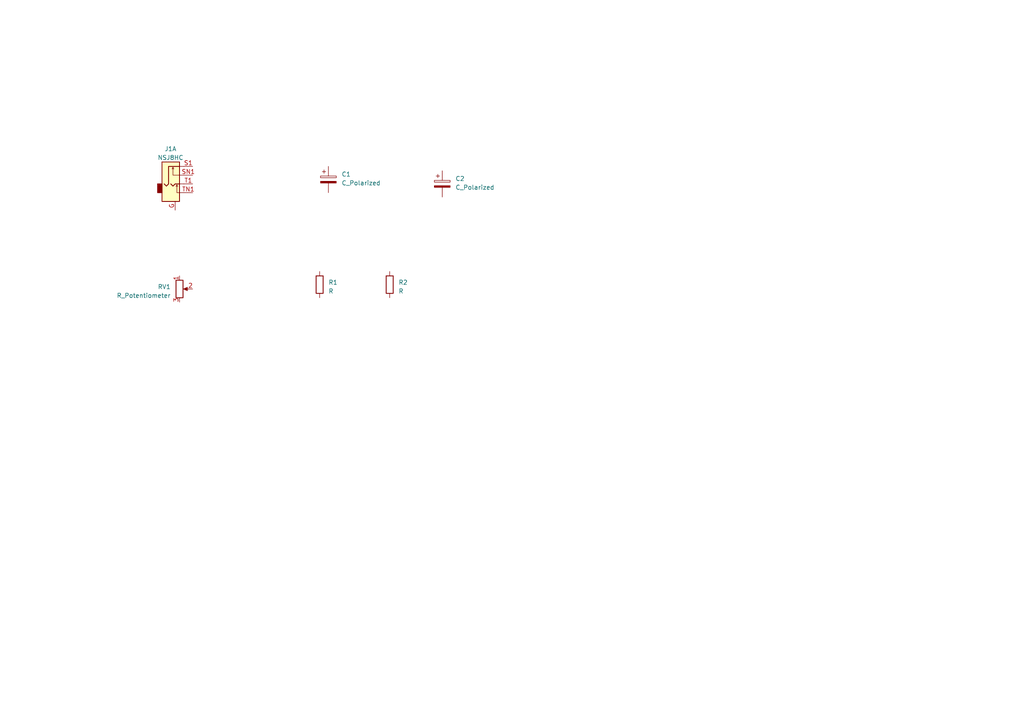
<source format=kicad_sch>
(kicad_sch (version 20230121) (generator eeschema)
  (paper "A4")
  (lib_symbols
    (symbol "Connector_Audio:NSJ8HC"
      (property "Reference" "J" (at 0 11.43 0))
      (property "Value" "NSJ8HC" (at 0 8.89 0))
      (symbol "NSJ8HC_0_1"
        (rectangle (start -5.08 0) (end -3.81 -2.54) (stroke (width 0.254)) (fill (type outline)))
        (polyline (pts (xy -0.635 4.826) (xy -0.381 4.318)))
        (polyline (pts (xy 0.508 -0.254) (xy 0.762 -0.762)))
        (polyline (pts (xy 1.27 -2.54) (xy 2.54 -2.54)))
        (polyline (pts (xy 1.27 2.54) (xy 2.54 2.54)))
        (polyline (pts (xy 2.54 0) (xy 1.27 0)))
        (polyline (pts (xy 2.54 5.08) (xy 1.27 5.08)))
        (polyline (pts (xy -1.27 0) (xy -0.635 -0.635) (xy 0 0) (xy 1.27 0)) (stroke (width 0.254)))
        (polyline (pts (xy 1.27 -2.54) (xy 0.508 -2.54) (xy 0.508 -0.254) (xy 0.254 -0.762)))
        (polyline (pts (xy 1.27 2.54) (xy -0.635 2.54) (xy -0.635 4.826) (xy -0.889 4.318)))
        (polyline (pts (xy 1.27 5.08) (xy -1.905 5.08) (xy -1.905 0) (xy -2.54 -0.635) (xy -3.175 0)) (stroke (width 0.254)))
        (rectangle (start 1.27 6.35) (end -3.81 -5.08) (stroke (width 0.254)) (fill (type background)))
      )
      (symbol "NSJ8HC_1_1"
        (pin passive line (at 0 -7.62 90) (length 2.54) (name "~") (number "G"))
        (pin passive line (at 5.08 5.08 180) (length 2.54) (name "~") (number "S1"))
        (pin passive line (at 5.08 2.54 180) (length 2.54) (name "~") (number "SN1"))
        (pin passive line (at 5.08 0 180) (length 2.54) (name "~") (number "T1"))
        (pin passive line (at 5.08 -2.54 180) (length 2.54) (name "~") (number "TN1"))
      )
      (symbol "NSJ8HC_2_1"
        (pin passive line (at 5.08 5.08 180) (length 2.54) (name "~") (number "S2"))
        (pin passive line (at 5.08 2.54 180) (length 2.54) (name "~") (number "SN2"))
        (pin passive line (at 5.08 0 180) (length 2.54) (name "~") (number "T2"))
        (pin passive line (at 5.08 -2.54 180) (length 2.54) (name "~") (number "TN2"))
      )
    )
    (symbol "Device:C_Polarized" (pin_numbers hide) (pin_names (offset 0.254))
      (property "Reference" "C" (at 0.635 2.54 0))
      (property "Value" "C_Polarized" (at 0.635 -2.54 0))
      (symbol "C_Polarized_0_1"
        (rectangle (start -2.286 0.508) (end 2.286 1.016))
        (polyline (pts (xy -1.778 2.286) (xy -0.762 2.286)))
        (polyline (pts (xy -1.27 2.794) (xy -1.27 1.778)))
        (rectangle (start 2.286 -0.508) (end -2.286 -1.016) (fill (type outline)))
      )
      (symbol "C_Polarized_1_1"
        (pin passive line (at 0 3.81 270) (length 2.794) (name "~") (number "1"))
        (pin passive line (at 0 -3.81 90) (length 2.794) (name "~") (number "2"))
      )
    )
    (symbol "Device:R" (pin_numbers hide) (pin_names (offset 0))
      (property "Reference" "R" (at 2.032 0 90))
      (property "Value" "R" (at 0 0 90))
      (symbol "R_0_1"
        (rectangle (start -1.016 -2.54) (end 1.016 2.54) (stroke (width 0.254)))
      )
      (symbol "R_1_1"
        (pin passive line (at 0 3.81 270) (length 1.27) (name "~") (number "1"))
        (pin passive line (at 0 -3.81 90) (length 1.27) (name "~") (number "2"))
      )
    )
    (symbol "Device:R_Potentiometer" (pin_names (offset 1.016) hide)
      (property "Reference" "RV" (at -4.445 0 90))
      (property "Value" "R_Potentiometer" (at -2.54 0 90))
      (symbol "R_Potentiometer_0_1"
        (polyline (pts (xy 2.54 0) (xy 1.524 0)))
        (polyline (pts (xy 1.143 0) (xy 2.286 0.508) (xy 2.286 -0.508) (xy 1.143 0)) (fill (type outline)))
        (rectangle (start 1.016 2.54) (end -1.016 -2.54) (stroke (width 0.254)))
      )
      (symbol "R_Potentiometer_1_1"
        (pin passive line (at 0 3.81 270) (length 1.27) (name "1") (number "1"))
        (pin passive line (at 3.81 0 180) (length 1.27) (name "2") (number "2"))
        (pin passive line (at 0 -3.81 90) (length 1.27) (name "3") (number "3"))
      )
    )
  )
  (symbol (lib_id "Device:R") (at 113.03 82.55 0) (unit 1)
    (property "Reference" "R2" (at 115.57 81.915 0) (effects (justify left)))
    (property "Value" "R" (at 115.57 84.455 0) (effects (justify left)))
  )
  (symbol (lib_id "Device:R_Potentiometer") (at 52.07 83.82 0) (unit 1)
    (property "Reference" "RV1" (at 49.53 83.185 0) (effects (justify right)))
    (property "Value" "R_Potentiometer" (at 49.53 85.725 0) (effects (justify right)))
  )
  (symbol (lib_id "Device:C_Polarized") (at 128.27 53.34 0) (unit 1)
    (property "Reference" "C2" (at 132.08 51.816 0) (effects (justify left)))
    (property "Value" "C_Polarized" (at 132.08 54.356 0) (effects (justify left)))
  )
  (symbol (lib_id "Connector_Audio:NSJ8HC") (at 50.8 53.34 0) (unit 1)
    (property "Reference" "J1" (at 49.4665 43.18 0))
    (property "Value" "NSJ8HC" (at 49.4665 45.72 0))
    (property "Footprint" "Connector_Audio:Jack_6.35mm_Neutrik_NSJ8HC_Horizontal" (effects hide))
    (property "Datasheet" "https://www.neutrik.com/en/product/nsj8hc" (effects hide))
  )
  (symbol (lib_id "Device:R") (at 92.71 82.55 0) (unit 1)
    (property "Reference" "R1" (at 95.25 81.915 0) (effects (justify left)))
    (property "Value" "R" (at 95.25 84.455 0) (effects (justify left)))
  )
  (symbol (lib_id "Device:C_Polarized") (at 95.25 52.07 0) (unit 1)
    (property "Reference" "C1" (at 99.06 50.546 0) (effects (justify left)))
    (property "Value" "C_Polarized" (at 99.06 53.086 0) (effects (justify left)))
  )
)
</source>
